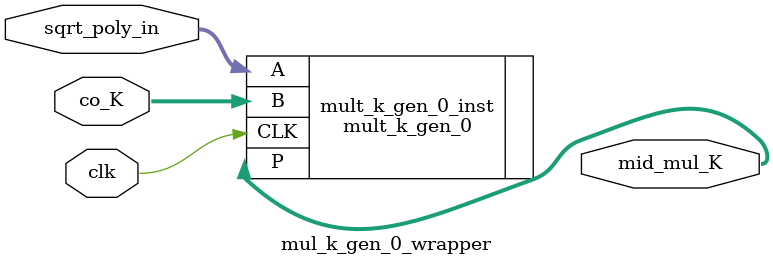
<source format=v>
`timescale 1ns / 1ps


module mul_k_gen_0_wrapper(
    input        clk,
    input [19:0] co_K,
    input [15:0] sqrt_poly_in,
    output [29:0] mid_mul_K
    );
    
    mult_k_gen_0 mult_k_gen_0_inst (
      .CLK(clk),  // input wire CLK
      .A(sqrt_poly_in),      // input wire [15 : 0] A
      .B(co_K),      // input wire [19 : 0] B
      .P(mid_mul_K)      // output wire [29 : 0] P
    );
endmodule

</source>
